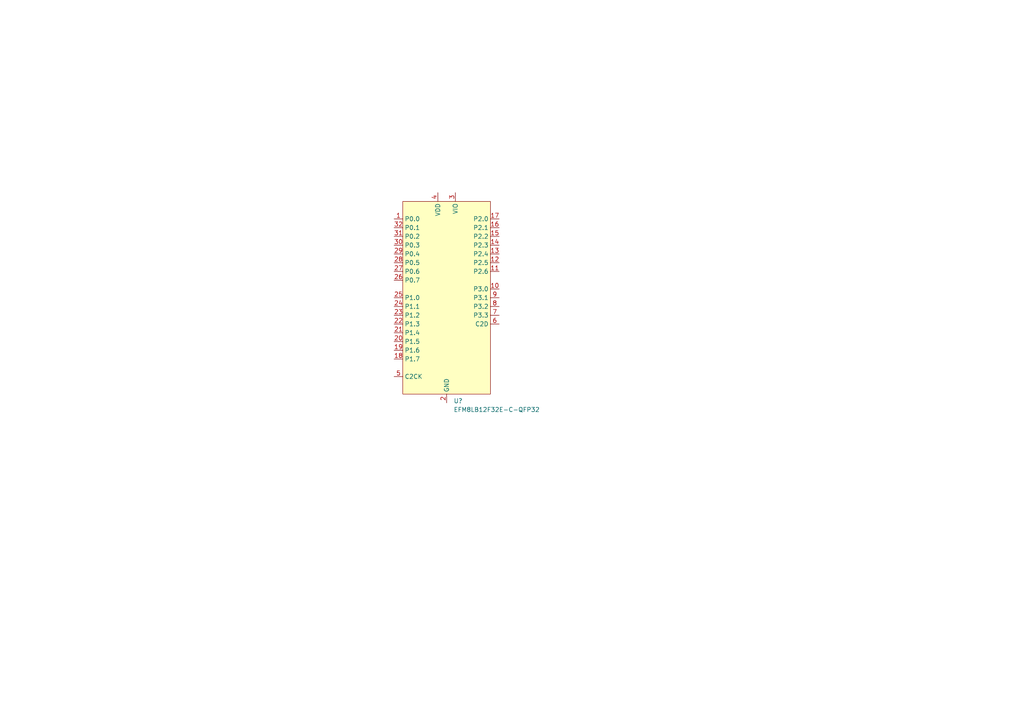
<source format=kicad_sch>
(kicad_sch (version 20211123) (generator eeschema)
  (paper "A4")
  (lib_symbols
    (symbol "MCU_SiliconLabs:EFM8LB12F32E-C-QFP32"
      (property "Reference" "U" (at -5.08 31.115 0))
      (property "Value" "EFM8LB12F32E-C-QFP32" (at -5.08 29.21 0))
      (symbol "EFM8LB12F32E-C-QFP32_0_0"
        (pin bidirectional line (at -15.24 22.86 0) (length 2.54) (name "P0.0") (number "1"))
        (pin bidirectional line (at 15.24 2.54 180) (length 2.54) (name "P3.0") (number "10"))
        (pin bidirectional line (at 15.24 7.62 180) (length 2.54) (name "P2.6") (number "11"))
        (pin bidirectional line (at 15.24 10.16 180) (length 2.54) (name "P2.5") (number "12"))
        (pin bidirectional line (at 15.24 12.7 180) (length 2.54) (name "P2.4") (number "13"))
        (pin bidirectional line (at 15.24 15.24 180) (length 2.54) (name "P2.3") (number "14"))
        (pin bidirectional line (at 15.24 17.78 180) (length 2.54) (name "P2.2") (number "15"))
        (pin bidirectional line (at 15.24 20.32 180) (length 2.54) (name "P2.1") (number "16"))
        (pin bidirectional line (at 15.24 22.86 180) (length 2.54) (name "P2.0") (number "17"))
        (pin bidirectional line (at -15.24 -17.78 0) (length 2.54) (name "P1.7") (number "18"))
        (pin bidirectional line (at -15.24 -15.24 0) (length 2.54) (name "P1.6") (number "19"))
        (pin power_in line (at 0 -30.48 90) (length 2.54) (name "GND") (number "2"))
        (pin bidirectional line (at -15.24 -12.7 0) (length 2.54) (name "P1.5") (number "20"))
        (pin bidirectional line (at -15.24 -10.16 0) (length 2.54) (name "P1.4") (number "21"))
        (pin bidirectional line (at -15.24 -7.62 0) (length 2.54) (name "P1.3") (number "22"))
        (pin bidirectional line (at -15.24 -5.08 0) (length 2.54) (name "P1.2") (number "23"))
        (pin bidirectional line (at -15.24 -2.54 0) (length 2.54) (name "P1.1") (number "24"))
        (pin bidirectional line (at -15.24 0 0) (length 2.54) (name "P1.0") (number "25"))
        (pin bidirectional line (at -15.24 5.08 0) (length 2.54) (name "P0.7") (number "26"))
        (pin bidirectional line (at -15.24 7.62 0) (length 2.54) (name "P0.6") (number "27"))
        (pin bidirectional line (at -15.24 10.16 0) (length 2.54) (name "P0.5") (number "28"))
        (pin bidirectional line (at -15.24 12.7 0) (length 2.54) (name "P0.4") (number "29"))
        (pin power_in line (at 2.54 30.48 270) (length 2.54) (name "VIO") (number "3"))
        (pin bidirectional line (at -15.24 15.24 0) (length 2.54) (name "P0.3") (number "30"))
        (pin bidirectional line (at -15.24 17.78 0) (length 2.54) (name "P0.2") (number "31"))
        (pin bidirectional line (at -15.24 20.32 0) (length 2.54) (name "P0.1") (number "32"))
        (pin power_in line (at -2.54 30.48 270) (length 2.54) (name "VDD") (number "4"))
        (pin input line (at -15.24 -22.86 0) (length 2.54) (name "~{RST}") (number "5") (alternate "C2CK" input line))
        (pin bidirectional line (at 15.24 -7.62 180) (length 2.54) (name "P3.7") (number "6") (alternate "C2D" bidirectional line))
        (pin bidirectional line (at 15.24 -5.08 180) (length 2.54) (name "P3.3") (number "7"))
        (pin bidirectional line (at 15.24 -2.54 180) (length 2.54) (name "P3.2") (number "8"))
        (pin bidirectional line (at 15.24 0 180) (length 2.54) (name "P3.1") (number "9"))
      )
      (symbol "EFM8LB12F32E-C-QFP32_0_1"
        (rectangle (start -12.7 27.94) (end 12.7 -27.94) (stroke (width 0.1524)) (fill (type background)))
      )
    )
  )
  (symbol (lib_id "MCU_SiliconLabs:EFM8LB12F32E-C-QFP32") (at 129.54 86.36 0) (unit 1)
    (property "Reference" "U?" (at 131.5594 116.2796 0) (effects (justify left)))
    (property "Value" "EFM8LB12F32E-C-QFP32" (at 131.5594 118.8165 0) (effects (justify left)))
    (property "Footprint" "Package_QFP:LQFP-32_7x7mm_P0.8mm" (effects hide))
    (property "Datasheet" "https://www.silabs.com/documents/public/data-sheets/efm8lb1-datasheet.pdf" (effects hide))
    (pin "5" (alternate "C2CK"))
    (pin "6" (alternate "C2D"))
  )
)
</source>
